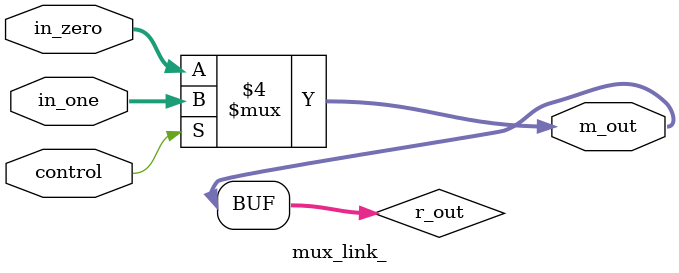
<source format=v>
module mux_link_ (
	input wire 	control,
	input wire [31:0] in_zero, in_one,
	output wire [31:0] m_out
);
	
	
	reg [31:0] r_out;
		
	
	
	always @ (*) begin
		if (control == 0) begin
			r_out = in_zero;
		end
		else begin
			r_out = in_one;
		end
	end
	
	assign m_out = r_out;


endmodule 

</source>
